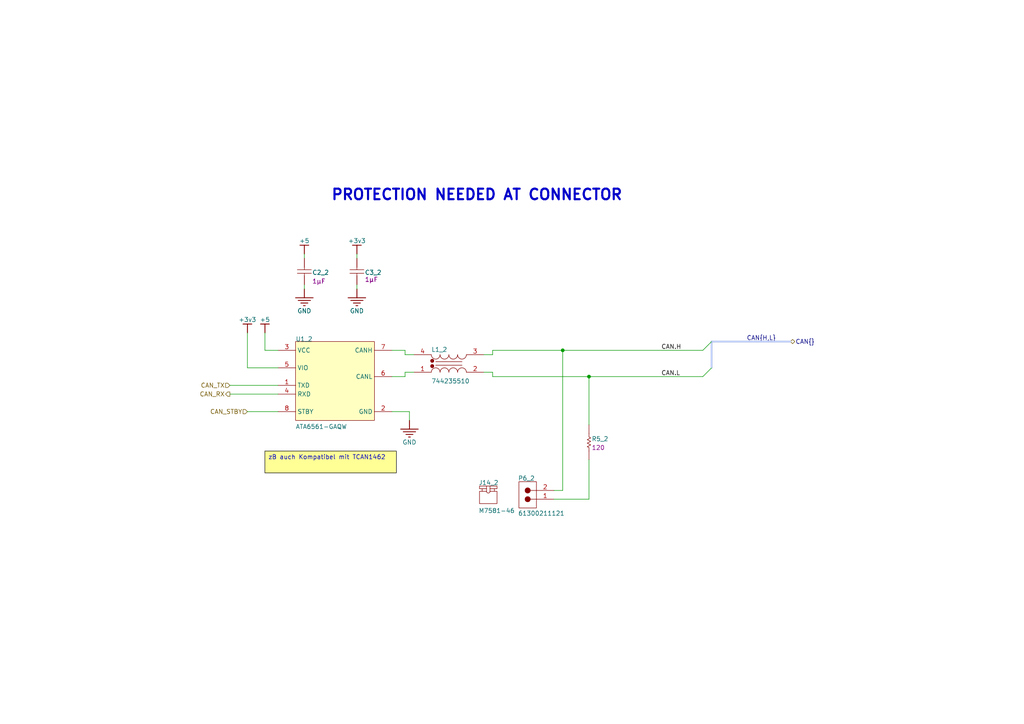
<source format=kicad_sch>
(kicad_sch (version 20250114) (generator "eeschema") (generator_version "9.0")
  (paper "User" 297.002 210.007)
  (title_block (title "ARDEP CAN Interface") (date ".printDate"))
  (lib_symbols
    (symbol "ARDEP2_Mainboard:+3v3_BAR" (power)
      (property "Value" "+3v3" (at 0 -3.81 0))
      (symbol "+3v3_BAR_0_0"
        (polyline (pts (xy -1.27 -2.54) (xy 1.27 -2.54)) (stroke (width 0.254)))
        (polyline (pts (xy 0 0) (xy 0 -2.54)) (stroke (width 0.254)))
        (pin power_in line (at 0 0 0) (length 0) (hide yes) (name "+3v3") (number ""))
      )
    )
    (symbol "ARDEP2_Mainboard:+5_BAR" (power)
      (property "Value" "+5" (at 0 -3.81 0))
      (symbol "+5_BAR_0_0"
        (polyline (pts (xy -1.27 -2.54) (xy 1.27 -2.54)) (stroke (width 0.254)))
        (polyline (pts (xy 0 0) (xy 0 -2.54)) (stroke (width 0.254)))
        (pin power_in line (at 0 0 0) (length 0) (hide yes) (name "+5") (number ""))
      )
    )
    (symbol "ARDEP2_Mainboard:CAN_A_0_744235900_Frickly Systems GmbH" (pin_names (hide yes))
      (symbol "CAN_A_0_744235900_Frickly Systems GmbH_1_0"
        (circle (center 5.334 -1.778) (radius 0.051) (stroke (width 0.508)))
        (circle (center 5.334 -3.302) (radius 0.051) (stroke (width 0.508)))
        (arc (start 7.62 0) (mid 6.35 -1.27) (end 5.08 0))
        (polyline (pts (xy 6.35 -2.032) (xy 13.97 -2.032)))
        (polyline (pts (xy 6.35 -3.048) (xy 13.97 -3.048)))
        (arc (start 5.08 -5.08) (mid 6.35 -3.81) (end 7.62 -5.08))
        (arc (start 10.16 0) (mid 8.89 -1.27) (end 7.62 0))
        (arc (start 7.62 -5.08) (mid 8.89 -3.81) (end 10.16 -5.08))
        (arc (start 12.7 0) (mid 11.43 -1.27) (end 10.16 0))
        (arc (start 10.16 -5.08) (mid 11.43 -3.81) (end 12.7 -5.08))
        (arc (start 15.24 0) (mid 13.97 -1.27) (end 12.7 0))
        (arc (start 12.7 -5.08) (mid 13.97 -3.81) (end 15.24 -5.08))
        (pin passive line (at 0 0 0) (length 5.08) (name "4") (number "4"))
        (pin passive line (at 0 -5.08 0) (length 5.08) (name "1") (number "1"))
        (pin passive line (at 20.32 0 180) (length 5.08) (name "3") (number "3"))
        (pin passive line (at 20.32 -5.08 180) (length 5.08) (name "2") (number "2"))
      )
    )
    (symbol "ARDEP2_Mainboard:CAN_A_0_9359c0cd22aff7108e56130185f9391_Frickly Systems GmbH"
      (symbol "CAN_A_0_9359c0cd22aff7108e56130185f9391_Frickly Systems GmbH_1_0"
        (rectangle (start 27.94 2.54) (end 5.08 -20.32) (stroke (width 0) (color 128 0 0 1)) (fill (type background)))
        (pin power_in line (at 0 0 0) (length 5.08) (name "VCC") (number "3"))
        (pin power_in line (at 0 -5.08 0) (length 5.08) (name "VIO") (number "5"))
        (pin input line (at 0 -10.16 0) (length 5.08) (name "TXD") (number "1"))
        (pin output line (at 0 -12.7 0) (length 5.08) (name "RXD") (number "4"))
        (pin input line (at 0 -17.78 0) (length 5.08) (name "STBY") (number "8"))
        (pin bidirectional line (at 33.02 0 180) (length 5.08) (name "CANH") (number "7"))
        (pin bidirectional line (at 33.02 -7.62 180) (length 5.08) (name "CANL") (number "6"))
        (pin power_in line (at 33.02 -17.78 180) (length 5.08) (name "GND") (number "2"))
      )
    )
    (symbol "ARDEP2_Mainboard:CAN_A_0_M7581-46-Symbol-1_Frickly Systems GmbH" (pin_numbers (hide yes)) (pin_names (hide yes))
      (symbol "CAN_A_0_M7581-46-Symbol-1_Frickly Systems GmbH_1_0"
        (polyline (pts (xy -2.54 0) (xy -2.54 3.556) (xy -1.778 3.556) (xy -1.778 4.318) (xy -2.54 4.318) (xy -2.54 5.08) (xy 2.54 5.08) (xy 2.54 4.318) (xy 1.778 4.318) (xy 1.778 3.556) (xy 2.54 3.556) (xy 2.54 0) (xy -2.54 0)))
        (polyline (pts (xy -1.778 3.556) (xy -0.508 3.556)))
        (polyline (pts (xy -0.508 5.08) (xy -0.508 3.556)))
        (polyline (pts (xy -0.508 4.318) (xy -1.778 4.318)))
        (arc (start 0.5095 3.5781) (mid 0.0046 3.046) (end -0.5098 3.569))
        (polyline (pts (xy 0.508 5.08) (xy 0.508 3.556)))
        (polyline (pts (xy 0.508 4.318) (xy 1.778 4.318)))
        (polyline (pts (xy 0.508 3.556) (xy 1.778 3.556)))
      )
    )
    (symbol "ARDEP2_Mainboard:CAN_A_1_Capacitor_Frickly Systems GmbH" (pin_numbers (hide yes)) (pin_names (hide yes))
      (symbol "CAN_A_1_Capacitor_Frickly Systems GmbH_1_0"
        (polyline (pts (xy -2.032 4.318) (xy 2.032 4.318)))
        (polyline (pts (xy 0 5.08) (xy 0 4.318)))
        (polyline (pts (xy 0 2.54) (xy 0 3.302)))
        (polyline (pts (xy 2.032 3.302) (xy -2.032 3.302)))
        (pin passive line (at 0 7.62 270) (length 2.54) (name "2") (number "2"))
        (pin passive line (at 0 0 90) (length 2.54) (name "1") (number "1"))
      )
    )
    (symbol "ARDEP2_Mainboard:CAN_A_2_Symbol_Frickly Systems GmbH" (pin_names (hide yes))
      (symbol "CAN_A_2_Symbol_Frickly Systems GmbH_1_0"
        (polyline (pts (xy -5.08 0) (xy 0 0) (xy 0 7.62) (xy -5.08 7.62) (xy -5.08 0)))
        (circle (center -2.54 5.08) (radius 0.762) (fill (type outline)))
        (circle (center -2.54 2.54) (radius 0.762) (fill (type outline)))
        (polyline (pts (xy 0 5.08) (xy -1.778 5.08)))
        (polyline (pts (xy 0 2.54) (xy -1.778 2.54)))
        (pin passive line (at 5.08 5.08 180) (length 5.08) (name "2") (number "2"))
        (pin passive line (at 5.08 2.54 180) (length 5.08) (name "1") (number "1"))
      )
    )
    (symbol "ARDEP2_Mainboard:CAN_A_3_RES-2_Frickly Systems GmbH" (pin_numbers (hide yes)) (pin_names (hide yes))
      (symbol "CAN_A_3_RES-2_Frickly Systems GmbH_1_0"
        (polyline (pts (xy 0 -5.08) (xy 0 -4.064) (xy -0.508 -3.81) (xy 0.508 -3.302) (xy -0.508 -2.794) (xy 0.508 -2.286) (xy -0.508 -1.778) (xy 0.508 -1.27) (xy 0 -1.016) (xy 0 0)))
        (pin passive line (at 0 2.54 270) (length 2.54) (name "1") (number "1"))
        (pin passive line (at 0 -7.62 90) (length 2.54) (name "2") (number "2"))
      )
    )
    (symbol "ARDEP2_Mainboard:GND_POWER_GROUND" (power)
      (property "Value" "GND" (at 0 -6.35 0))
      (symbol "GND_POWER_GROUND_0_0"
        (polyline (pts (xy -2.54 -2.54) (xy 2.54 -2.54)) (stroke (width 0.254)))
        (polyline (pts (xy -1.778 -3.302) (xy 1.778 -3.302)) (stroke (width 0.254)))
        (polyline (pts (xy -1.016 -4.064) (xy 1.016 -4.064)) (stroke (width 0.254)))
        (polyline (pts (xy -0.254 -4.826) (xy 0.254 -4.826)) (stroke (width 0.254)))
        (polyline (pts (xy 0 0) (xy 0 -2.54)) (stroke (width 0.254)))
        (pin power_in line (at 0 0 0) (length 0) (hide yes) (name "GND") (number ""))
      )
    )
  )
  (text "PROTECTION NEEDED AT CONNECTOR" (at 95.885 58.42 0) (effects (font (size 3.048 3.048) (thickness 0.6096) (bold yes)) (justify left bottom)))
  (text_box "zB auch Kompatibel mit TCAN1462" (at 114.935 130.81 0) (size -38.1 6.35) (margins 0.9525 0.9525 0.9525 0.9525) (stroke (width 0) (color 0 0 0 1)) (fill (type color) (color 255 255 150 1)) (effects (font (size 1.27 1.27)) (justify left top)))
  (junction (at 163.195 101.6))
  (junction (at 170.815 109.22))
  (bus_entry (at 203.835 109.22) (size 2.54 -2.54))
  (bus_entry (at 203.835 101.6) (size 2.54 -2.54))
  (wire (pts (xy 163.195 142.24) (xy 160.655 142.24)))
  (wire (pts (xy 76.835 101.6) (xy 76.835 96.52)))
  (wire (pts (xy 170.815 109.22) (xy 142.875 109.22)))
  (wire (pts (xy 142.875 109.22) (xy 142.875 107.95)))
  (wire (pts (xy 71.755 119.38) (xy 80.645 119.38)))
  (wire (pts (xy 163.195 101.6) (xy 142.875 101.6)))
  (wire (pts (xy 80.645 114.3) (xy 66.675 114.3)))
  (wire (pts (xy 170.815 123.19) (xy 170.815 109.22)))
  (wire (pts (xy 117.475 109.22) (xy 117.475 107.95)))
  (wire (pts (xy 103.505 83.82) (xy 103.505 82.55)))
  (bus (pts (xy 206.375 106.68) (xy 206.375 99.06)) (stroke (width 0.508) (color 173 188 231 1)))
  (wire (pts (xy 117.475 101.6) (xy 113.665 101.6)))
  (wire (pts (xy 160.655 144.78) (xy 170.815 144.78)))
  (wire (pts (xy 80.645 106.68) (xy 71.755 106.68)))
  (wire (pts (xy 71.755 106.68) (xy 71.755 96.52)))
  (wire (pts (xy 117.475 102.87) (xy 117.475 101.6)))
  (wire (pts (xy 80.645 101.6) (xy 76.835 101.6)))
  (wire (pts (xy 142.875 101.6) (xy 142.875 102.87)))
  (wire (pts (xy 203.835 109.22) (xy 170.815 109.22)))
  (wire (pts (xy 117.475 107.95) (xy 120.015 107.95)))
  (wire (pts (xy 88.265 74.93) (xy 88.265 73.66)))
  (wire (pts (xy 118.745 119.38) (xy 113.665 119.38)))
  (wire (pts (xy 203.835 101.6) (xy 163.195 101.6)))
  (wire (pts (xy 170.815 144.78) (xy 170.815 133.35)))
  (wire (pts (xy 80.645 111.76) (xy 66.675 111.76)))
  (wire (pts (xy 103.505 74.93) (xy 103.505 73.66)))
  (wire (pts (xy 113.665 109.22) (xy 117.475 109.22)))
  (wire (pts (xy 88.265 83.82) (xy 88.265 82.55)))
  (bus (pts (xy 206.375 99.06) (xy 229.235 99.06)) (stroke (width 0.508) (color 173 188 231 1)))
  (wire (pts (xy 142.875 107.95) (xy 140.335 107.95)))
  (wire (pts (xy 142.875 102.87) (xy 140.335 102.87)))
  (wire (pts (xy 163.195 101.6) (xy 163.195 142.24)))
  (wire (pts (xy 120.015 102.87) (xy 117.475 102.87)))
  (wire (pts (xy 118.745 121.92) (xy 118.745 119.38)))
  (label "CAN{H,L}" (at 216.535 99.06 0))
  (label "CAN.L" (at 191.77 109.22 0))
  (label "CAN.H" (at 191.77 101.6 0))
  (hierarchical_label "CAN_RX" (shape output) (at 66.675 114.3 180))
  (hierarchical_label "CAN{}" (shape bidirectional) (at 229.235 99.06 0))
  (hierarchical_label "CAN_TX" (shape input) (at 66.675 111.76 180))
  (hierarchical_label "CAN_STBY" (shape input) (at 71.755 119.38 180))
  (symbol (lib_id "ARDEP2_Mainboard:+5_BAR") (at 88.265 73.66 180) (unit 1)
    (property "Reference" "#PWR017" (effects (hide yes)))
    (property "Value" "+5" (at 88.265 69.85 0))
  )
  (symbol (lib_id "ARDEP2_Mainboard:CAN_A_0_M7581-46-Symbol-1_Frickly Systems GmbH") (at 141.605 146.05 0) (unit 1)
    (property "Reference" "J14_2" (at 138.811 140.716 0) (effects (justify left bottom)))
    (property "Value" "M7581-46" (at 138.811 148.844 0) (effects (justify left bottom)))
    (property "Description" "2.54mm Jumper" (effects (hide yes)))
    (property "CONNECTOR TYPE" "Interconnection Device" (effects (hide yes)))
    (property "ROHS COMPLIANT" "Yes" (effects (hide yes)))
    (property "MAX OPERATING TEMPERATURE" "105°C" (effects (hide yes)))
    (property "MIN OPERATING TEMPERATURE" "-55°C" (effects (hide yes)))
  )
  (symbol (lib_id "ARDEP2_Mainboard:+5_BAR") (at 76.835 96.52 180) (unit 1)
    (property "Reference" "#PWR016" (effects (hide yes)))
    (property "Value" "+5" (at 76.835 92.71 0))
  )
  (symbol (lib_id "ARDEP2_Mainboard:GND_POWER_GROUND") (at 103.505 83.82 0) (unit 1)
    (property "Reference" "#PWR020" (effects (hide yes)))
    (property "Value" "GND" (at 103.505 90.17 0))
  )
  (symbol (lib_id "ARDEP2_Mainboard:CAN_A_0_9359c0cd22aff7108e56130185f9391_Frickly Systems GmbH") (at 80.645 101.6 0) (unit 1)
    (property "Reference" "U1_2" (at 85.725 99.06 0) (effects (justify left bottom)))
    (property "Value" "ATA6561-GAQW" (at 85.725 124.46 0) (effects (justify left bottom)))
    (property "Footprint" "SOIC-8_no_therm_JB" (effects (hide yes)))
    (property "Description" "High-Speed CAN Transceiver with Standby Mode" (effects (hide yes)))
    (property "PACKAGE SHAPE" "Rectangular" (effects (hide yes)))
    (property "LENGTH" "4.9mm" (effects (hide yes)))
    (property "MIN SUPPLY VOLTAGE" "4.5V" (effects (hide yes)))
    (property "MIN OPERATING TEMPERATURE" "-40°C" (effects (hide yes)))
    (property "HEIGHT - SEATED (MAX)" "1.8mm" (effects (hide yes)))
    (property "ROHS COMPLIANT" "Yes" (effects (hide yes)))
    (property "CASE/PACKAGE" "SOP" (effects (hide yes)))
    (property "PACKAGE BODY MATERIAL" "Plastic" (effects (hide yes)))
    (property "PACKAGE STYLE" "SMALL OUTLINEMeter" (effects (hide yes)))
    (property "MOUNTING TECHNOLOGY" "SMD" (effects (hide yes)))
    (property "MAX SUPPLY VOLTAGE" "5.5V" (effects (hide yes)))
    (property "JESD-30 CODE" "R-PDSO-G8" (effects (hide yes)))
    (property "CHANNELS" "1" (effects (hide yes)))
    (property "MOISTURE SENSITIVITY LEVEL" "1" (effects (hide yes)))
    (property "PINS" "8" (effects (hide yes)))
  )
  (symbol (lib_id "ARDEP2_Mainboard:+3v3_BAR") (at 71.755 96.52 180) (unit 1)
    (property "Reference" "#PWR015" (effects (hide yes)))
    (property "Value" "+3v3" (at 71.755 92.71 0))
  )
  (symbol (lib_id "ARDEP2_Mainboard:CAN_A_0_744235900_Frickly Systems GmbH") (at 120.015 102.87 0) (unit 1)
    (property "Reference" "L1_2" (at 125.095 102.108 0) (effects (justify left bottom)))
    (property "Value" "744235510" (at 125.095 111.252 0) (effects (justify left bottom)))
    (property "Footprint" "WE-CNSW_1812" (effects (hide yes)))
    (property "Description" "WE-CNSW SMT Common Mode Line Filter, size 1812, 3000Ohm, 51uH, 60V" (effects (hide yes)))
    (property "MOUNTING TECHNOLOGY" "SMD" (effects (hide yes)))
    (property "HEIGHT" "2.8mm" (effects (hide yes)))
    (property "COMPONENTLINK2URL" "https://www.we-online.com/redexpert/spec/744235510?ad" (effects (hide yes)))
    (property "INSULATION TEST VOLTAGE" "125VAC" (effects (hide yes)))
    (property "MAX OPERATING TEMPERATURE" "125°C" (effects (hide yes)))
    (property "WINDING STYLE" "bifiliar" (effects (hide yes)))
    (property "DESIGN ITEM ID" "744235510" (effects (hide yes)))
    (property "PINS" "4" (effects (hide yes)))
    (property "LENGTH" "4.5mm" (effects (hide yes)))
    (property "COMPONENTLINK1DESCRIPTION" "Manufacturer Link" (effects (hide yes)))
    (property "MANUFACTURER" "Wurth Elektronik" (effects (hide yes)))
    (property "SOURCE" "WE-CNSW.SchLib" (effects (hide yes)))
    (property "RATED VOLTAGE" "60V" (effects (hide yes)))
    (property "WIDTH" "3.2mm" (effects (hide yes)))
    (property "COMPONENTLINK1URL" "https://www.we-online.com/redexpert/article/744235510?ad" (effects (hide yes)))
    (property "CURRENT" "200mA" (effects (hide yes)))
    (property "COMPONENTLINK2DESCRIPTION" "Datasheet" (effects (hide yes)))
    (property "CATEGORY" "Common Mode Chokes" (effects (hide yes)))
    (property "MANUFACTURER PART NUMBER" "744235510" (effects (hide yes)))
    (property "COMPONENT TYPE" "Standard" (effects (hide yes)))
    (property "DC RESISTANCE MAX" "1Ohm" (effects (hide yes)))
    (property "RATED CURRENT" "0.2A" (effects (hide yes)))
    (property "ALTIUM_VALUE" "51µH" (effects (hide yes)))
    (property "PACKAGING" "Tape and Reel" (effects (hide yes)))
    (property "MIN OPERATING TEMPERATURE" "-40°C" (effects (hide yes)))
    (property "IMPEDANCE @10MHZ" "3000Ohm" (effects (hide yes)))
    (property "CASE/PACKAGE" "Common Mode Chokes" (effects (hide yes)))
  )
  (symbol (lib_id "ARDEP2_Mainboard:CAN_A_1_Capacitor_Frickly Systems GmbH") (at 103.505 82.55 0) (unit 1)
    (property "Reference" "C3_2" (at 105.791 79.756 0) (effects (justify left bottom)))
    (property "Value" "C-1uF-10%-50V-0603-X5R" (effects (hide yes)))
    (property "Footprint" "C_0603_JB" (effects (hide yes)))
    (property "Description" "Ceramic Capacitor, Multilayer, Ceramic, 50V, 10% +Tol, 10% -Tol, X5R, 15% TC, 1uF, Surface Mount, 0603" (effects (hide yes)))
    (property "TOLERANCE" "10%" (effects (hide yes)))
    (property "MAX OPERATING TEMPERATURE" "85°C" (effects (hide yes)))
    (property "CASE/PACKAGE" "0603" (effects (hide yes)))
    (property "MIN OPERATING TEMPERATURE" "-55°C" (effects (hide yes)))
    (property "TO BE CHECKED" "Yes, Part choices" (effects (hide yes)))
    (property "MOUNT" "Surface Mount" (effects (hide yes)))
    (property "CAPACITANCE" "1µF" (at 105.791 81.788 0) (effects (justify left bottom)))
    (property "TEMPERATURE CHARACTERISTICS CODE" "X5R" (effects (hide yes)))
    (property "RATED DC VOLTAGE (URDC)" "50V" (effects (hide yes)))
    (property "DIELECTRIC MATERIAL" "Ceramic" (effects (hide yes)))
  )
  (symbol (lib_id "ARDEP2_Mainboard:CAN_A_1_Capacitor_Frickly Systems GmbH") (at 88.265 82.55 0) (unit 1)
    (property "Reference" "C2_2" (at 90.551 79.756 0) (effects (justify left bottom)))
    (property "Value" "C-1uF-10%-50V-0603-X5R" (effects (hide yes)))
    (property "Footprint" "C_0603_JB" (effects (hide yes)))
    (property "Description" "Ceramic Capacitor, Multilayer, Ceramic, 50V, 10% +Tol, 10% -Tol, X5R, 15% TC, 1uF, Surface Mount, 0603" (effects (hide yes)))
    (property "TOLERANCE" "10%" (effects (hide yes)))
    (property "MAX OPERATING TEMPERATURE" "85°C" (effects (hide yes)))
    (property "CASE/PACKAGE" "0603" (effects (hide yes)))
    (property "MIN OPERATING TEMPERATURE" "-55°C" (effects (hide yes)))
    (property "CAPACITANCE" "1µF" (at 90.551 82.296 0) (effects (justify left bottom)))
    (property "DIELECTRIC MATERIAL" "Ceramic" (effects (hide yes)))
    (property "MOUNT" "Surface Mount" (effects (hide yes)))
    (property "RATED DC VOLTAGE (URDC)" "50V" (effects (hide yes)))
    (property "TEMPERATURE CHARACTERISTICS CODE" "X5R" (effects (hide yes)))
    (property "TO BE CHECKED" "Yes, Part choices" (effects (hide yes)))
  )
  (symbol (lib_id "ARDEP2_Mainboard:CAN_A_2_Symbol_Frickly Systems GmbH") (at 155.575 147.32 0) (unit 1)
    (property "Reference" "P6_2" (at 150.241 139.446 0) (effects (justify left bottom)))
    (property "Value" "61300211121" (at 150.241 149.606 0) (effects (justify left bottom)))
    (property "Footprint" "61300211121" (effects (hide yes)))
    (property "Description" "WR-PHD Pin Header, THT, pitch 2.54mm, Single Row, Vertical, 2p" (effects (hide yes)))
    (property "COMPONENTLINK2DESCRIPTION" "Datasheet" (effects (hide yes)))
    (property "PACKAGING" "Bag" (effects (hide yes)))
    (property "ROW NUMBER" "Single" (effects (hide yes)))
    (property "MOUNTING TECHNOLOGY" "THT" (effects (hide yes)))
    (property "RATED CURRENT" "3A" (effects (hide yes)))
    (property "PINS" "2" (effects (hide yes)))
    (property "CONTACT RESISTANCE" "20mOhm" (effects (hide yes)))
    (property "PITCH" "2.54mm" (effects (hide yes)))
    (property "PUBLISHED DATE" "May 2020" (effects (hide yes)))
    (property "COMPONENTLINK1URL" "http://www.we-online.de" (effects (hide yes)))
    (property "DESIGN ITEM ID" "61300211121" (effects (hide yes)))
    (property "MANUFACTURER" "Wurth Elektronik" (effects (hide yes)))
    (property "GENDER" "Pin Header" (effects (hide yes)))
    (property "OPERATING TEMPERATURE" "-40 to +105degC" (effects (hide yes)))
    (property "COMPONENTLINK1DESCRIPTION" "Manufacturer" (effects (hide yes)))
    (property "WITHSTANDING VOLTAGE" "500VAC" (effects (hide yes)))
    (property "ORIENTATION" "Vertical" (effects (hide yes)))
    (property "SOURCE" "WR-PHD_Pin Header_2.54mm.SchLib" (effects (hide yes)))
    (property "COMPONENTLINK2URL" "https://www.we-online.com/catalog/datasheet/61300211121.pdf" (effects (hide yes)))
    (property "WORKING VOLTAGE" "250VAC" (effects (hide yes)))
    (property "CONNECTOR TYPE" "Header" (effects (hide yes)))
    (property "MANUFACTURER PART NUMBER" "61300211121" (effects (hide yes)))
  )
  (symbol (lib_id "ARDEP2_Mainboard:GND_POWER_GROUND") (at 88.265 83.82 0) (unit 1)
    (property "Reference" "#PWR018" (effects (hide yes)))
    (property "Value" "GND" (at 88.265 90.17 0))
  )
  (symbol (lib_id "ARDEP2_Mainboard:GND_POWER_GROUND") (at 118.745 121.92 0) (unit 1)
    (property "Reference" "#PWR021" (effects (hide yes)))
    (property "Value" "GND" (at 118.745 128.27 0))
  )
  (symbol (lib_id "ARDEP2_Mainboard:CAN_A_3_RES-2_Frickly Systems GmbH") (at 170.815 125.73 0) (unit 1)
    (property "Reference" "R5_2" (at 171.577 128.016 0) (effects (justify left bottom)))
    (property "Value" "Resistor 120R +/-5 % 0603 0.1 W" (effects (hide yes)))
    (property "Footprint" "R_0603_JB" (effects (hide yes)))
    (property "Description" "Chip Resistor, 120 Ohms, +/-5 %, 0.1 W, -55 to 155 degC, 0603" (effects (hide yes)))
    (property "MAX OPERATING TEMPERATURE" "155°C" (effects (hide yes)))
    (property "POWER" "100mW" (effects (hide yes)))
    (property "ALTIUM_VALUE" "120" (at 171.577 130.556 0) (effects (justify left bottom)))
    (property "MIN OPERATING TEMPERATURE" "-55°C" (effects (hide yes)))
    (property "CASE/PACKAGE" "0603" (effects (hide yes)))
    (property "TOLERANCE" "5%" (effects (hide yes)))
    (property "PINS" "2" (effects (hide yes)))
  )
  (symbol (lib_id "ARDEP2_Mainboard:+3v3_BAR") (at 103.505 73.66 180) (unit 1)
    (property "Reference" "#PWR019" (effects (hide yes)))
    (property "Value" "+3v3" (at 103.505 69.85 0))
  )
)
</source>
